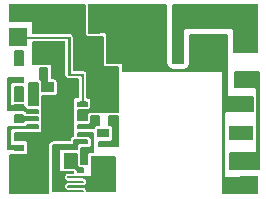
<source format=gbr>
G04 #@! TF.FileFunction,Copper,L1,Top,Signal*
%FSLAX46Y46*%
G04 Gerber Fmt 4.6, Leading zero omitted, Abs format (unit mm)*
G04 Created by KiCad (PCBNEW 4.0.7) date 02/24/18 17:15:32*
%MOMM*%
%LPD*%
G01*
G04 APERTURE LIST*
%ADD10C,0.100000*%
%ADD11R,1.400000X1.200000*%
%ADD12R,2.080000X1.170000*%
%ADD13R,1.100000X0.800000*%
%ADD14R,0.500000X0.900000*%
%ADD15R,0.890000X0.420000*%
%ADD16R,0.825000X0.712500*%
%ADD17R,0.900000X0.500000*%
%ADD18R,0.700000X1.300000*%
%ADD19R,0.750000X0.800000*%
%ADD20R,1.000000X1.250000*%
%ADD21O,1.362000X0.180000*%
%ADD22O,0.560000X0.180000*%
%ADD23R,1.000000X2.500000*%
%ADD24R,1.000000X5.000000*%
%ADD25R,3.000000X1.000000*%
%ADD26R,0.800000X0.750000*%
%ADD27R,1.500000X1.500000*%
%ADD28C,0.508000*%
%ADD29C,0.200000*%
%ADD30C,0.300000*%
G04 APERTURE END LIST*
D10*
D11*
X146000000Y-83850000D03*
X146000000Y-86950000D03*
D12*
X145830000Y-89000000D03*
X145830000Y-91500000D03*
X145830000Y-94000000D03*
X134170000Y-94000000D03*
X134170000Y-89000000D03*
D13*
X134170000Y-91500000D03*
D14*
X131050000Y-93600000D03*
X132550000Y-93600000D03*
D15*
X128195000Y-88975000D03*
X128195000Y-89625000D03*
X128195000Y-90275000D03*
X128195000Y-90925000D03*
X128195000Y-91575000D03*
X128195000Y-92225000D03*
X132405000Y-92225000D03*
X132405000Y-91575000D03*
X132405000Y-90925000D03*
X132405000Y-90275000D03*
X132405000Y-89625000D03*
X132405000Y-88975000D03*
D16*
X130712500Y-91668750D03*
X130712500Y-90956250D03*
X130712500Y-90243750D03*
X130712500Y-89531250D03*
X129887500Y-91668750D03*
X129887500Y-90956250D03*
X129887500Y-90243750D03*
X129887500Y-89531250D03*
D17*
X127000000Y-85500000D03*
X127000000Y-87000000D03*
D18*
X128250000Y-93800000D03*
X130150000Y-93800000D03*
D17*
X127000000Y-87800000D03*
X127000000Y-89300000D03*
D14*
X128250000Y-87600000D03*
X129750000Y-87600000D03*
D17*
X127000000Y-94200000D03*
X127000000Y-92700000D03*
D19*
X129100000Y-84850000D03*
X129100000Y-86350000D03*
D20*
X131400000Y-87450000D03*
X133400000Y-87450000D03*
D19*
X127000000Y-91750000D03*
X127000000Y-90250000D03*
D21*
X131800000Y-95600000D03*
X131800000Y-96000000D03*
X131800000Y-96400000D03*
X131800000Y-95200000D03*
D22*
X131399000Y-94800000D03*
X132201000Y-94800000D03*
D23*
X130400000Y-84950000D03*
X133400000Y-84950000D03*
D24*
X134900000Y-83100000D03*
X140500000Y-83100000D03*
D25*
X143000000Y-85650000D03*
X143000000Y-81050000D03*
D26*
X134950000Y-90350000D03*
X133450000Y-90350000D03*
D23*
X133400000Y-81800000D03*
X130400000Y-81800000D03*
D27*
X126900000Y-95900000D03*
X146500000Y-95900000D03*
X146500000Y-81300000D03*
X126900000Y-81300000D03*
X126900000Y-83300000D03*
D28*
X127000000Y-88550000D03*
X135900000Y-84300000D03*
X135900000Y-83700000D03*
X136500000Y-84300000D03*
X136500000Y-83700000D03*
X135900000Y-81900000D03*
X135900000Y-82500000D03*
X136500000Y-81900000D03*
X135900000Y-83100000D03*
X136500000Y-82500000D03*
X136500000Y-83100000D03*
X143600000Y-84650000D03*
X143000000Y-84650000D03*
X142400000Y-84050000D03*
X142400000Y-84650000D03*
X143600000Y-84050000D03*
X143000000Y-84050000D03*
X134025000Y-92400000D03*
X131400000Y-87750000D03*
X131400000Y-87150000D03*
X130400000Y-85550000D03*
X130400000Y-84350000D03*
X130400000Y-84950000D03*
X129887500Y-89531250D03*
X130712500Y-89531250D03*
X130712500Y-90243750D03*
X129887500Y-90243750D03*
X129887500Y-90956250D03*
X130712500Y-90956250D03*
X130712500Y-91668750D03*
X129887500Y-91668750D03*
X134625000Y-92400000D03*
X135225000Y-91800000D03*
X135224002Y-91200000D03*
X135225000Y-92400000D03*
X127000000Y-84700000D03*
D29*
X127000000Y-87800000D02*
X127000000Y-88550000D01*
X136500000Y-84300000D02*
X135900000Y-84300000D01*
X135900000Y-84300000D02*
X135900000Y-83700000D01*
X135900000Y-83700000D02*
X136500000Y-83700000D01*
X136500000Y-81900000D02*
X135900000Y-81900000D01*
X135900000Y-81900000D02*
X135900000Y-82500000D01*
X136500000Y-82500000D02*
X135900000Y-82500000D01*
X135900000Y-82500000D02*
X135900000Y-83100000D01*
X135900000Y-83700000D02*
X135900000Y-83100000D01*
X136500000Y-83100000D02*
X135900000Y-83100000D01*
X135900000Y-83100000D02*
X134900000Y-83100000D01*
X142400000Y-84650000D02*
X142400000Y-84050000D01*
X142400000Y-84650000D02*
X143000000Y-84650000D01*
X143600000Y-84650000D02*
X143000000Y-84650000D01*
X143600000Y-84650000D02*
X143600000Y-84050000D01*
X143000000Y-84050000D02*
X143000000Y-84650000D01*
D30*
X134625000Y-92400000D02*
X134025000Y-92400000D01*
D29*
X131400000Y-87450000D02*
X131400000Y-87750000D01*
X131400000Y-87450000D02*
X131400000Y-87150000D01*
X143000000Y-85400000D02*
X143000000Y-84650000D01*
X130400000Y-84950000D02*
X130400000Y-85550000D01*
X130400000Y-84950000D02*
X130400000Y-84350000D01*
D30*
X134625000Y-92400000D02*
X135225000Y-92400000D01*
X135225000Y-92400000D02*
X135225000Y-91800000D01*
X135224002Y-91799002D02*
X135225000Y-91800000D01*
X135224002Y-91200000D02*
X135224002Y-90624002D01*
X135224002Y-91200000D02*
X135224002Y-91799002D01*
X134950000Y-90350000D02*
X135224002Y-90624002D01*
D29*
X127075000Y-90275000D02*
X127000000Y-90200000D01*
X127475000Y-83375000D02*
X127200000Y-83100000D01*
X127200000Y-83100000D02*
X126700000Y-83100000D01*
D30*
X132170000Y-92225000D02*
X132405000Y-92225000D01*
X131050000Y-93600000D02*
X131050000Y-93800000D01*
D29*
X128250000Y-87600000D02*
X128250000Y-88920000D01*
X128250000Y-88920000D02*
X128195000Y-88975000D01*
X127300000Y-89250000D02*
X127000000Y-89250000D01*
X127000000Y-86950000D02*
X126350000Y-86950000D01*
X126350000Y-86950000D02*
X126200000Y-87100000D01*
X126350000Y-89250000D02*
X127000000Y-89250000D01*
X126200000Y-87100000D02*
X126200000Y-89100000D01*
X126200000Y-89100000D02*
X126350000Y-89250000D01*
D30*
X132550000Y-93400000D02*
X132550000Y-93600000D01*
D29*
X145830000Y-94000000D02*
X146285000Y-94000000D01*
D30*
X127000000Y-84700000D02*
X127000000Y-85450000D01*
X133450000Y-90450000D02*
X133450000Y-90350000D01*
D29*
G36*
X132598549Y-83050000D02*
X132602359Y-83097774D01*
X132627452Y-83178803D01*
X132674126Y-83249634D01*
X132738685Y-83304657D01*
X132816018Y-83339516D01*
X132900000Y-83351451D01*
X133900000Y-83351451D01*
X133918194Y-83350000D01*
X134098549Y-83350000D01*
X134098549Y-85600000D01*
X134102359Y-85647774D01*
X134127452Y-85728803D01*
X134174126Y-85799634D01*
X134238685Y-85854657D01*
X134316018Y-85889516D01*
X134400000Y-85901451D01*
X135400000Y-85901451D01*
X135400000Y-89675000D01*
X135360210Y-89675000D01*
X135350000Y-89673549D01*
X134550000Y-89673549D01*
X134531806Y-89675000D01*
X133860210Y-89675000D01*
X133850000Y-89673549D01*
X133050000Y-89673549D01*
X133002226Y-89677359D01*
X132921197Y-89702452D01*
X132850366Y-89749126D01*
X132795343Y-89813685D01*
X132760484Y-89891018D01*
X132748549Y-89975000D01*
X132748549Y-90400000D01*
X132000000Y-90400000D01*
X132000000Y-89500000D01*
X132750000Y-89500000D01*
X132779398Y-89498556D01*
X132798907Y-89496635D01*
X132850178Y-89486437D01*
X132897774Y-89482641D01*
X132978803Y-89457548D01*
X133049634Y-89410874D01*
X133104657Y-89346315D01*
X133139516Y-89268982D01*
X133151451Y-89185000D01*
X133151451Y-88765000D01*
X133147641Y-88717226D01*
X133122548Y-88636197D01*
X133075874Y-88565366D01*
X133011315Y-88510343D01*
X132933982Y-88475484D01*
X132850374Y-88463602D01*
X132800000Y-88453582D01*
X132800000Y-86500000D01*
X132798556Y-86470602D01*
X132796635Y-86451093D01*
X132785159Y-86393398D01*
X132779468Y-86374639D01*
X132756965Y-86320315D01*
X132747724Y-86303026D01*
X132715054Y-86254130D01*
X132702618Y-86238976D01*
X132661024Y-86197382D01*
X132645870Y-86184946D01*
X132596974Y-86152276D01*
X132579685Y-86143035D01*
X132525361Y-86120532D01*
X132506602Y-86114841D01*
X132448907Y-86103365D01*
X132429398Y-86101444D01*
X132400000Y-86100000D01*
X131650000Y-86100000D01*
X131650000Y-83375000D01*
X131648556Y-83345602D01*
X131646635Y-83326093D01*
X131635159Y-83268398D01*
X131629468Y-83249639D01*
X131606965Y-83195315D01*
X131597724Y-83178026D01*
X131565054Y-83129130D01*
X131552618Y-83113976D01*
X131511024Y-83072382D01*
X131495870Y-83059946D01*
X131446974Y-83027276D01*
X131429685Y-83018035D01*
X131375361Y-82995532D01*
X131356602Y-82989841D01*
X131298907Y-82978365D01*
X131279398Y-82976444D01*
X131250000Y-82975000D01*
X128200000Y-82975000D01*
X128200000Y-82110000D01*
X128199518Y-82100197D01*
X128198365Y-82088492D01*
X128194542Y-82069270D01*
X128191128Y-82058014D01*
X128183623Y-82039896D01*
X128178078Y-82029523D01*
X128167187Y-82013225D01*
X128159725Y-82004133D01*
X128145867Y-81990275D01*
X128136775Y-81982813D01*
X128120477Y-81971922D01*
X128110104Y-81966377D01*
X128091986Y-81958872D01*
X128080730Y-81955458D01*
X128061508Y-81951635D01*
X128049803Y-81950482D01*
X128040000Y-81950000D01*
X126250000Y-81950000D01*
X126250000Y-80650000D01*
X132598549Y-80650000D01*
X132598549Y-83050000D01*
X132598549Y-83050000D01*
G37*
X132598549Y-83050000D02*
X132602359Y-83097774D01*
X132627452Y-83178803D01*
X132674126Y-83249634D01*
X132738685Y-83304657D01*
X132816018Y-83339516D01*
X132900000Y-83351451D01*
X133900000Y-83351451D01*
X133918194Y-83350000D01*
X134098549Y-83350000D01*
X134098549Y-85600000D01*
X134102359Y-85647774D01*
X134127452Y-85728803D01*
X134174126Y-85799634D01*
X134238685Y-85854657D01*
X134316018Y-85889516D01*
X134400000Y-85901451D01*
X135400000Y-85901451D01*
X135400000Y-89675000D01*
X135360210Y-89675000D01*
X135350000Y-89673549D01*
X134550000Y-89673549D01*
X134531806Y-89675000D01*
X133860210Y-89675000D01*
X133850000Y-89673549D01*
X133050000Y-89673549D01*
X133002226Y-89677359D01*
X132921197Y-89702452D01*
X132850366Y-89749126D01*
X132795343Y-89813685D01*
X132760484Y-89891018D01*
X132748549Y-89975000D01*
X132748549Y-90400000D01*
X132000000Y-90400000D01*
X132000000Y-89500000D01*
X132750000Y-89500000D01*
X132779398Y-89498556D01*
X132798907Y-89496635D01*
X132850178Y-89486437D01*
X132897774Y-89482641D01*
X132978803Y-89457548D01*
X133049634Y-89410874D01*
X133104657Y-89346315D01*
X133139516Y-89268982D01*
X133151451Y-89185000D01*
X133151451Y-88765000D01*
X133147641Y-88717226D01*
X133122548Y-88636197D01*
X133075874Y-88565366D01*
X133011315Y-88510343D01*
X132933982Y-88475484D01*
X132850374Y-88463602D01*
X132800000Y-88453582D01*
X132800000Y-86500000D01*
X132798556Y-86470602D01*
X132796635Y-86451093D01*
X132785159Y-86393398D01*
X132779468Y-86374639D01*
X132756965Y-86320315D01*
X132747724Y-86303026D01*
X132715054Y-86254130D01*
X132702618Y-86238976D01*
X132661024Y-86197382D01*
X132645870Y-86184946D01*
X132596974Y-86152276D01*
X132579685Y-86143035D01*
X132525361Y-86120532D01*
X132506602Y-86114841D01*
X132448907Y-86103365D01*
X132429398Y-86101444D01*
X132400000Y-86100000D01*
X131650000Y-86100000D01*
X131650000Y-83375000D01*
X131648556Y-83345602D01*
X131646635Y-83326093D01*
X131635159Y-83268398D01*
X131629468Y-83249639D01*
X131606965Y-83195315D01*
X131597724Y-83178026D01*
X131565054Y-83129130D01*
X131552618Y-83113976D01*
X131511024Y-83072382D01*
X131495870Y-83059946D01*
X131446974Y-83027276D01*
X131429685Y-83018035D01*
X131375361Y-82995532D01*
X131356602Y-82989841D01*
X131298907Y-82978365D01*
X131279398Y-82976444D01*
X131250000Y-82975000D01*
X128200000Y-82975000D01*
X128200000Y-82110000D01*
X128199518Y-82100197D01*
X128198365Y-82088492D01*
X128194542Y-82069270D01*
X128191128Y-82058014D01*
X128183623Y-82039896D01*
X128178078Y-82029523D01*
X128167187Y-82013225D01*
X128159725Y-82004133D01*
X128145867Y-81990275D01*
X128136775Y-81982813D01*
X128120477Y-81971922D01*
X128110104Y-81966377D01*
X128091986Y-81958872D01*
X128080730Y-81955458D01*
X128061508Y-81951635D01*
X128049803Y-81950482D01*
X128040000Y-81950000D01*
X126250000Y-81950000D01*
X126250000Y-80650000D01*
X132598549Y-80650000D01*
X132598549Y-83050000D01*
G36*
X139500000Y-85540000D02*
X139502408Y-85589015D01*
X139503561Y-85600720D01*
X139522677Y-85696829D01*
X139526091Y-85708085D01*
X139563615Y-85798676D01*
X139569160Y-85809049D01*
X139623615Y-85890541D01*
X139631077Y-85899633D01*
X139700367Y-85968923D01*
X139709459Y-85976385D01*
X139790951Y-86030840D01*
X139801324Y-86036385D01*
X139891915Y-86073909D01*
X139903171Y-86077323D01*
X139999280Y-86096439D01*
X140010985Y-86097592D01*
X140060000Y-86100000D01*
X140940000Y-86100000D01*
X140989015Y-86097592D01*
X141000720Y-86096439D01*
X141096829Y-86077323D01*
X141108085Y-86073909D01*
X141198676Y-86036385D01*
X141209049Y-86030840D01*
X141290541Y-85976385D01*
X141299633Y-85968923D01*
X141368923Y-85899633D01*
X141376385Y-85890541D01*
X141430840Y-85809049D01*
X141436385Y-85798676D01*
X141473909Y-85708085D01*
X141477323Y-85696829D01*
X141496439Y-85600720D01*
X141497592Y-85589015D01*
X141500000Y-85540000D01*
X141500000Y-83200000D01*
X144600000Y-83200000D01*
X144600000Y-88240000D01*
X144600482Y-88249803D01*
X144601635Y-88261508D01*
X144605458Y-88280730D01*
X144608872Y-88291986D01*
X144616377Y-88310104D01*
X144621922Y-88320477D01*
X144632813Y-88336775D01*
X144640275Y-88345867D01*
X144654133Y-88359725D01*
X144663225Y-88367187D01*
X144679523Y-88378078D01*
X144689896Y-88383623D01*
X144708014Y-88391128D01*
X144719270Y-88394542D01*
X144738492Y-88398365D01*
X144750197Y-88399518D01*
X144760000Y-88400000D01*
X146800000Y-88400000D01*
X146800000Y-89600000D01*
X144560000Y-89600000D01*
X144550197Y-89600482D01*
X144538492Y-89601635D01*
X144519270Y-89605458D01*
X144508014Y-89608872D01*
X144489896Y-89616377D01*
X144479523Y-89621922D01*
X144463225Y-89632813D01*
X144454133Y-89640275D01*
X144440275Y-89654133D01*
X144432813Y-89663225D01*
X144421922Y-89679523D01*
X144416377Y-89689896D01*
X144408872Y-89708014D01*
X144405458Y-89719270D01*
X144401635Y-89738492D01*
X144400482Y-89750197D01*
X144400000Y-89760000D01*
X144400000Y-95090000D01*
X144400482Y-95099803D01*
X144401635Y-95111508D01*
X144405458Y-95130730D01*
X144408872Y-95141986D01*
X144416377Y-95160104D01*
X144421922Y-95170477D01*
X144432813Y-95186775D01*
X144440275Y-95195867D01*
X144454133Y-95209725D01*
X144463225Y-95217187D01*
X144479523Y-95228078D01*
X144489896Y-95233623D01*
X144508014Y-95241128D01*
X144519270Y-95244542D01*
X144538492Y-95248365D01*
X144550197Y-95249518D01*
X144560000Y-95250000D01*
X147150000Y-95250000D01*
X147150000Y-96550000D01*
X144300000Y-96550000D01*
X144300000Y-86360000D01*
X144299518Y-86350197D01*
X144298365Y-86338492D01*
X144294542Y-86319270D01*
X144291128Y-86308014D01*
X144283623Y-86289896D01*
X144278078Y-86279523D01*
X144267187Y-86263225D01*
X144259725Y-86254133D01*
X144245867Y-86240275D01*
X144236775Y-86232813D01*
X144220477Y-86221922D01*
X144210104Y-86216377D01*
X144191986Y-86208872D01*
X144180730Y-86205458D01*
X144161508Y-86201635D01*
X144149803Y-86200482D01*
X144140000Y-86200000D01*
X135800000Y-86200000D01*
X135800000Y-85660000D01*
X135799518Y-85650197D01*
X135798365Y-85638492D01*
X135794542Y-85619270D01*
X135791128Y-85608014D01*
X135783623Y-85589896D01*
X135778078Y-85579523D01*
X135767187Y-85563225D01*
X135759725Y-85554133D01*
X135745867Y-85540275D01*
X135736775Y-85532813D01*
X135720477Y-85521922D01*
X135710104Y-85516377D01*
X135691986Y-85508872D01*
X135680730Y-85505458D01*
X135661508Y-85501635D01*
X135649803Y-85500482D01*
X135640000Y-85500000D01*
X134500000Y-85500000D01*
X134500000Y-83110000D01*
X134499518Y-83100197D01*
X134498365Y-83088492D01*
X134494542Y-83069270D01*
X134491128Y-83058014D01*
X134483623Y-83039896D01*
X134478078Y-83029523D01*
X134467187Y-83013225D01*
X134459725Y-83004133D01*
X134445867Y-82990275D01*
X134436775Y-82982813D01*
X134420477Y-82971922D01*
X134410104Y-82966377D01*
X134391986Y-82958872D01*
X134380730Y-82955458D01*
X134361508Y-82951635D01*
X134349803Y-82950482D01*
X134340000Y-82950000D01*
X133000000Y-82950000D01*
X133000000Y-80650000D01*
X139500000Y-80650000D01*
X139500000Y-85540000D01*
X139500000Y-85540000D01*
G37*
X139500000Y-85540000D02*
X139502408Y-85589015D01*
X139503561Y-85600720D01*
X139522677Y-85696829D01*
X139526091Y-85708085D01*
X139563615Y-85798676D01*
X139569160Y-85809049D01*
X139623615Y-85890541D01*
X139631077Y-85899633D01*
X139700367Y-85968923D01*
X139709459Y-85976385D01*
X139790951Y-86030840D01*
X139801324Y-86036385D01*
X139891915Y-86073909D01*
X139903171Y-86077323D01*
X139999280Y-86096439D01*
X140010985Y-86097592D01*
X140060000Y-86100000D01*
X140940000Y-86100000D01*
X140989015Y-86097592D01*
X141000720Y-86096439D01*
X141096829Y-86077323D01*
X141108085Y-86073909D01*
X141198676Y-86036385D01*
X141209049Y-86030840D01*
X141290541Y-85976385D01*
X141299633Y-85968923D01*
X141368923Y-85899633D01*
X141376385Y-85890541D01*
X141430840Y-85809049D01*
X141436385Y-85798676D01*
X141473909Y-85708085D01*
X141477323Y-85696829D01*
X141496439Y-85600720D01*
X141497592Y-85589015D01*
X141500000Y-85540000D01*
X141500000Y-83200000D01*
X144600000Y-83200000D01*
X144600000Y-88240000D01*
X144600482Y-88249803D01*
X144601635Y-88261508D01*
X144605458Y-88280730D01*
X144608872Y-88291986D01*
X144616377Y-88310104D01*
X144621922Y-88320477D01*
X144632813Y-88336775D01*
X144640275Y-88345867D01*
X144654133Y-88359725D01*
X144663225Y-88367187D01*
X144679523Y-88378078D01*
X144689896Y-88383623D01*
X144708014Y-88391128D01*
X144719270Y-88394542D01*
X144738492Y-88398365D01*
X144750197Y-88399518D01*
X144760000Y-88400000D01*
X146800000Y-88400000D01*
X146800000Y-89600000D01*
X144560000Y-89600000D01*
X144550197Y-89600482D01*
X144538492Y-89601635D01*
X144519270Y-89605458D01*
X144508014Y-89608872D01*
X144489896Y-89616377D01*
X144479523Y-89621922D01*
X144463225Y-89632813D01*
X144454133Y-89640275D01*
X144440275Y-89654133D01*
X144432813Y-89663225D01*
X144421922Y-89679523D01*
X144416377Y-89689896D01*
X144408872Y-89708014D01*
X144405458Y-89719270D01*
X144401635Y-89738492D01*
X144400482Y-89750197D01*
X144400000Y-89760000D01*
X144400000Y-95090000D01*
X144400482Y-95099803D01*
X144401635Y-95111508D01*
X144405458Y-95130730D01*
X144408872Y-95141986D01*
X144416377Y-95160104D01*
X144421922Y-95170477D01*
X144432813Y-95186775D01*
X144440275Y-95195867D01*
X144454133Y-95209725D01*
X144463225Y-95217187D01*
X144479523Y-95228078D01*
X144489896Y-95233623D01*
X144508014Y-95241128D01*
X144519270Y-95244542D01*
X144538492Y-95248365D01*
X144550197Y-95249518D01*
X144560000Y-95250000D01*
X147150000Y-95250000D01*
X147150000Y-96550000D01*
X144300000Y-96550000D01*
X144300000Y-86360000D01*
X144299518Y-86350197D01*
X144298365Y-86338492D01*
X144294542Y-86319270D01*
X144291128Y-86308014D01*
X144283623Y-86289896D01*
X144278078Y-86279523D01*
X144267187Y-86263225D01*
X144259725Y-86254133D01*
X144245867Y-86240275D01*
X144236775Y-86232813D01*
X144220477Y-86221922D01*
X144210104Y-86216377D01*
X144191986Y-86208872D01*
X144180730Y-86205458D01*
X144161508Y-86201635D01*
X144149803Y-86200482D01*
X144140000Y-86200000D01*
X135800000Y-86200000D01*
X135800000Y-85660000D01*
X135799518Y-85650197D01*
X135798365Y-85638492D01*
X135794542Y-85619270D01*
X135791128Y-85608014D01*
X135783623Y-85589896D01*
X135778078Y-85579523D01*
X135767187Y-85563225D01*
X135759725Y-85554133D01*
X135745867Y-85540275D01*
X135736775Y-85532813D01*
X135720477Y-85521922D01*
X135710104Y-85516377D01*
X135691986Y-85508872D01*
X135680730Y-85505458D01*
X135661508Y-85501635D01*
X135649803Y-85500482D01*
X135640000Y-85500000D01*
X134500000Y-85500000D01*
X134500000Y-83110000D01*
X134499518Y-83100197D01*
X134498365Y-83088492D01*
X134494542Y-83069270D01*
X134491128Y-83058014D01*
X134483623Y-83039896D01*
X134478078Y-83029523D01*
X134467187Y-83013225D01*
X134459725Y-83004133D01*
X134445867Y-82990275D01*
X134436775Y-82982813D01*
X134420477Y-82971922D01*
X134410104Y-82966377D01*
X134391986Y-82958872D01*
X134380730Y-82955458D01*
X134361508Y-82951635D01*
X134349803Y-82950482D01*
X134340000Y-82950000D01*
X133000000Y-82950000D01*
X133000000Y-80650000D01*
X139500000Y-80650000D01*
X139500000Y-85540000D01*
G36*
X147150000Y-84600000D02*
X145200000Y-84600000D01*
X145200000Y-82760000D01*
X145199518Y-82750197D01*
X145198365Y-82738492D01*
X145194542Y-82719270D01*
X145191128Y-82708014D01*
X145183623Y-82689896D01*
X145178078Y-82679523D01*
X145167187Y-82663225D01*
X145159725Y-82654133D01*
X145145867Y-82640275D01*
X145136775Y-82632813D01*
X145120477Y-82621922D01*
X145110104Y-82616377D01*
X145091986Y-82608872D01*
X145080730Y-82605458D01*
X145061508Y-82601635D01*
X145049803Y-82600482D01*
X145040000Y-82600000D01*
X141060000Y-82600000D01*
X141050197Y-82600482D01*
X141038492Y-82601635D01*
X141019270Y-82605458D01*
X141008014Y-82608872D01*
X140989896Y-82616377D01*
X140979523Y-82621922D01*
X140963225Y-82632813D01*
X140954133Y-82640275D01*
X140940275Y-82654133D01*
X140932813Y-82663225D01*
X140921922Y-82679523D01*
X140916377Y-82689896D01*
X140908872Y-82708014D01*
X140905458Y-82719270D01*
X140901635Y-82738492D01*
X140900482Y-82750197D01*
X140900000Y-82760000D01*
X140900000Y-85500000D01*
X140100000Y-85500000D01*
X140100000Y-80650000D01*
X147150000Y-80650000D01*
X147150000Y-84600000D01*
X147150000Y-84600000D01*
G37*
X147150000Y-84600000D02*
X145200000Y-84600000D01*
X145200000Y-82760000D01*
X145199518Y-82750197D01*
X145198365Y-82738492D01*
X145194542Y-82719270D01*
X145191128Y-82708014D01*
X145183623Y-82689896D01*
X145178078Y-82679523D01*
X145167187Y-82663225D01*
X145159725Y-82654133D01*
X145145867Y-82640275D01*
X145136775Y-82632813D01*
X145120477Y-82621922D01*
X145110104Y-82616377D01*
X145091986Y-82608872D01*
X145080730Y-82605458D01*
X145061508Y-82601635D01*
X145049803Y-82600482D01*
X145040000Y-82600000D01*
X141060000Y-82600000D01*
X141050197Y-82600482D01*
X141038492Y-82601635D01*
X141019270Y-82605458D01*
X141008014Y-82608872D01*
X140989896Y-82616377D01*
X140979523Y-82621922D01*
X140963225Y-82632813D01*
X140954133Y-82640275D01*
X140940275Y-82654133D01*
X140932813Y-82663225D01*
X140921922Y-82679523D01*
X140916377Y-82689896D01*
X140908872Y-82708014D01*
X140905458Y-82719270D01*
X140901635Y-82738492D01*
X140900482Y-82750197D01*
X140900000Y-82760000D01*
X140900000Y-85500000D01*
X140100000Y-85500000D01*
X140100000Y-80650000D01*
X147150000Y-80650000D01*
X147150000Y-84600000D01*
G36*
X130850000Y-86500000D02*
X130851444Y-86529398D01*
X130853365Y-86548907D01*
X130864841Y-86606602D01*
X130870532Y-86625361D01*
X130893035Y-86679685D01*
X130902276Y-86696974D01*
X130934946Y-86745870D01*
X130947382Y-86761024D01*
X130988976Y-86802618D01*
X131004130Y-86815054D01*
X131053026Y-86847724D01*
X131070315Y-86856965D01*
X131124639Y-86879468D01*
X131143398Y-86885159D01*
X131201093Y-86896635D01*
X131220602Y-86898556D01*
X131250000Y-86900000D01*
X132000000Y-86900000D01*
X132000000Y-88450000D01*
X131760000Y-88450000D01*
X131750197Y-88450482D01*
X131738492Y-88451635D01*
X131719270Y-88455458D01*
X131708014Y-88458872D01*
X131689896Y-88466377D01*
X131679523Y-88471922D01*
X131663225Y-88482813D01*
X131654133Y-88490275D01*
X131640275Y-88504133D01*
X131632813Y-88513225D01*
X131621922Y-88529523D01*
X131616377Y-88539896D01*
X131608872Y-88558014D01*
X131605458Y-88569270D01*
X131601635Y-88588492D01*
X131600482Y-88600197D01*
X131600000Y-88610000D01*
X131600000Y-91706355D01*
X131561221Y-91714068D01*
X131549965Y-91717482D01*
X131495610Y-91739996D01*
X131485237Y-91745541D01*
X131436342Y-91778214D01*
X131427250Y-91785676D01*
X131385676Y-91827250D01*
X131378214Y-91836342D01*
X131345541Y-91885237D01*
X131339996Y-91895610D01*
X131317482Y-91949965D01*
X131314068Y-91961221D01*
X131302598Y-92018886D01*
X131301445Y-92030591D01*
X131300000Y-92060000D01*
X131300000Y-92100000D01*
X129860000Y-92100000D01*
X129830591Y-92101445D01*
X129818886Y-92102598D01*
X129761221Y-92114068D01*
X129749965Y-92117482D01*
X129695610Y-92139996D01*
X129685237Y-92145541D01*
X129636342Y-92178214D01*
X129627250Y-92185676D01*
X129585676Y-92227250D01*
X129578214Y-92236342D01*
X129545541Y-92285237D01*
X129539996Y-92295610D01*
X129517482Y-92349965D01*
X129514068Y-92361221D01*
X129502598Y-92418886D01*
X129501445Y-92430591D01*
X129500000Y-92460000D01*
X129500000Y-93139790D01*
X129498549Y-93150000D01*
X129498549Y-94450000D01*
X129500000Y-94468194D01*
X129500000Y-96440000D01*
X129501445Y-96469409D01*
X129502598Y-96481114D01*
X129514068Y-96538779D01*
X129517471Y-96550000D01*
X126250000Y-96550000D01*
X126250000Y-93350000D01*
X127590000Y-93350000D01*
X127599803Y-93349518D01*
X127611508Y-93348365D01*
X127630730Y-93344542D01*
X127641986Y-93341128D01*
X127660104Y-93333623D01*
X127670477Y-93328078D01*
X127686775Y-93317187D01*
X127695867Y-93309725D01*
X127709725Y-93295867D01*
X127717187Y-93286775D01*
X127728078Y-93270477D01*
X127733623Y-93260104D01*
X127741128Y-93241986D01*
X127744542Y-93230730D01*
X127748365Y-93211508D01*
X127749518Y-93199803D01*
X127750000Y-93190000D01*
X127750000Y-92960210D01*
X127751451Y-92950000D01*
X127751451Y-92450000D01*
X127750000Y-92431806D01*
X127750000Y-92210000D01*
X127749518Y-92200197D01*
X127748365Y-92188492D01*
X127744542Y-92169270D01*
X127741128Y-92158014D01*
X127733623Y-92139896D01*
X127728078Y-92129523D01*
X127717187Y-92113225D01*
X127709725Y-92104133D01*
X127695867Y-92090275D01*
X127686775Y-92082813D01*
X127670477Y-92071922D01*
X127660104Y-92066377D01*
X127641986Y-92058872D01*
X127630730Y-92055458D01*
X127611508Y-92051635D01*
X127599803Y-92050482D01*
X127590000Y-92050000D01*
X126650000Y-92050000D01*
X126650000Y-91450000D01*
X128840000Y-91450000D01*
X128849803Y-91449518D01*
X128861508Y-91448365D01*
X128880730Y-91444542D01*
X128891986Y-91441128D01*
X128910104Y-91433623D01*
X128920477Y-91428078D01*
X128936775Y-91417187D01*
X128945867Y-91409725D01*
X128959725Y-91395867D01*
X128967187Y-91386775D01*
X128978078Y-91370477D01*
X128983623Y-91360104D01*
X128991128Y-91341986D01*
X128994542Y-91330730D01*
X128998365Y-91311508D01*
X128999518Y-91299803D01*
X129000000Y-91290000D01*
X129000000Y-88350000D01*
X129489790Y-88350000D01*
X129500000Y-88351451D01*
X130000000Y-88351451D01*
X130047774Y-88347641D01*
X130128803Y-88322548D01*
X130199634Y-88275874D01*
X130254657Y-88211315D01*
X130289516Y-88133982D01*
X130301451Y-88050000D01*
X130301451Y-87150000D01*
X130297641Y-87102226D01*
X130272548Y-87021197D01*
X130225874Y-86950366D01*
X130161315Y-86895343D01*
X130083982Y-86860484D01*
X130000000Y-86848549D01*
X129800000Y-86848549D01*
X129800000Y-85760000D01*
X129799518Y-85750197D01*
X129798365Y-85738492D01*
X129794542Y-85719270D01*
X129791128Y-85708014D01*
X129783623Y-85689896D01*
X129778078Y-85679523D01*
X129767187Y-85663225D01*
X129759725Y-85654133D01*
X129745867Y-85640275D01*
X129736775Y-85632813D01*
X129720477Y-85621922D01*
X129710104Y-85616377D01*
X129691986Y-85608872D01*
X129680730Y-85605458D01*
X129661508Y-85601635D01*
X129649803Y-85600482D01*
X129640000Y-85600000D01*
X128200000Y-85600000D01*
X128200000Y-83775000D01*
X130850000Y-83775000D01*
X130850000Y-86500000D01*
X130850000Y-86500000D01*
G37*
X130850000Y-86500000D02*
X130851444Y-86529398D01*
X130853365Y-86548907D01*
X130864841Y-86606602D01*
X130870532Y-86625361D01*
X130893035Y-86679685D01*
X130902276Y-86696974D01*
X130934946Y-86745870D01*
X130947382Y-86761024D01*
X130988976Y-86802618D01*
X131004130Y-86815054D01*
X131053026Y-86847724D01*
X131070315Y-86856965D01*
X131124639Y-86879468D01*
X131143398Y-86885159D01*
X131201093Y-86896635D01*
X131220602Y-86898556D01*
X131250000Y-86900000D01*
X132000000Y-86900000D01*
X132000000Y-88450000D01*
X131760000Y-88450000D01*
X131750197Y-88450482D01*
X131738492Y-88451635D01*
X131719270Y-88455458D01*
X131708014Y-88458872D01*
X131689896Y-88466377D01*
X131679523Y-88471922D01*
X131663225Y-88482813D01*
X131654133Y-88490275D01*
X131640275Y-88504133D01*
X131632813Y-88513225D01*
X131621922Y-88529523D01*
X131616377Y-88539896D01*
X131608872Y-88558014D01*
X131605458Y-88569270D01*
X131601635Y-88588492D01*
X131600482Y-88600197D01*
X131600000Y-88610000D01*
X131600000Y-91706355D01*
X131561221Y-91714068D01*
X131549965Y-91717482D01*
X131495610Y-91739996D01*
X131485237Y-91745541D01*
X131436342Y-91778214D01*
X131427250Y-91785676D01*
X131385676Y-91827250D01*
X131378214Y-91836342D01*
X131345541Y-91885237D01*
X131339996Y-91895610D01*
X131317482Y-91949965D01*
X131314068Y-91961221D01*
X131302598Y-92018886D01*
X131301445Y-92030591D01*
X131300000Y-92060000D01*
X131300000Y-92100000D01*
X129860000Y-92100000D01*
X129830591Y-92101445D01*
X129818886Y-92102598D01*
X129761221Y-92114068D01*
X129749965Y-92117482D01*
X129695610Y-92139996D01*
X129685237Y-92145541D01*
X129636342Y-92178214D01*
X129627250Y-92185676D01*
X129585676Y-92227250D01*
X129578214Y-92236342D01*
X129545541Y-92285237D01*
X129539996Y-92295610D01*
X129517482Y-92349965D01*
X129514068Y-92361221D01*
X129502598Y-92418886D01*
X129501445Y-92430591D01*
X129500000Y-92460000D01*
X129500000Y-93139790D01*
X129498549Y-93150000D01*
X129498549Y-94450000D01*
X129500000Y-94468194D01*
X129500000Y-96440000D01*
X129501445Y-96469409D01*
X129502598Y-96481114D01*
X129514068Y-96538779D01*
X129517471Y-96550000D01*
X126250000Y-96550000D01*
X126250000Y-93350000D01*
X127590000Y-93350000D01*
X127599803Y-93349518D01*
X127611508Y-93348365D01*
X127630730Y-93344542D01*
X127641986Y-93341128D01*
X127660104Y-93333623D01*
X127670477Y-93328078D01*
X127686775Y-93317187D01*
X127695867Y-93309725D01*
X127709725Y-93295867D01*
X127717187Y-93286775D01*
X127728078Y-93270477D01*
X127733623Y-93260104D01*
X127741128Y-93241986D01*
X127744542Y-93230730D01*
X127748365Y-93211508D01*
X127749518Y-93199803D01*
X127750000Y-93190000D01*
X127750000Y-92960210D01*
X127751451Y-92950000D01*
X127751451Y-92450000D01*
X127750000Y-92431806D01*
X127750000Y-92210000D01*
X127749518Y-92200197D01*
X127748365Y-92188492D01*
X127744542Y-92169270D01*
X127741128Y-92158014D01*
X127733623Y-92139896D01*
X127728078Y-92129523D01*
X127717187Y-92113225D01*
X127709725Y-92104133D01*
X127695867Y-92090275D01*
X127686775Y-92082813D01*
X127670477Y-92071922D01*
X127660104Y-92066377D01*
X127641986Y-92058872D01*
X127630730Y-92055458D01*
X127611508Y-92051635D01*
X127599803Y-92050482D01*
X127590000Y-92050000D01*
X126650000Y-92050000D01*
X126650000Y-91450000D01*
X128840000Y-91450000D01*
X128849803Y-91449518D01*
X128861508Y-91448365D01*
X128880730Y-91444542D01*
X128891986Y-91441128D01*
X128910104Y-91433623D01*
X128920477Y-91428078D01*
X128936775Y-91417187D01*
X128945867Y-91409725D01*
X128959725Y-91395867D01*
X128967187Y-91386775D01*
X128978078Y-91370477D01*
X128983623Y-91360104D01*
X128991128Y-91341986D01*
X128994542Y-91330730D01*
X128998365Y-91311508D01*
X128999518Y-91299803D01*
X129000000Y-91290000D01*
X129000000Y-88350000D01*
X129489790Y-88350000D01*
X129500000Y-88351451D01*
X130000000Y-88351451D01*
X130047774Y-88347641D01*
X130128803Y-88322548D01*
X130199634Y-88275874D01*
X130254657Y-88211315D01*
X130289516Y-88133982D01*
X130301451Y-88050000D01*
X130301451Y-87150000D01*
X130297641Y-87102226D01*
X130272548Y-87021197D01*
X130225874Y-86950366D01*
X130161315Y-86895343D01*
X130083982Y-86860484D01*
X130000000Y-86848549D01*
X129800000Y-86848549D01*
X129800000Y-85760000D01*
X129799518Y-85750197D01*
X129798365Y-85738492D01*
X129794542Y-85719270D01*
X129791128Y-85708014D01*
X129783623Y-85689896D01*
X129778078Y-85679523D01*
X129767187Y-85663225D01*
X129759725Y-85654133D01*
X129745867Y-85640275D01*
X129736775Y-85632813D01*
X129720477Y-85621922D01*
X129710104Y-85616377D01*
X129691986Y-85608872D01*
X129680730Y-85605458D01*
X129661508Y-85601635D01*
X129649803Y-85600482D01*
X129640000Y-85600000D01*
X128200000Y-85600000D01*
X128200000Y-83775000D01*
X130850000Y-83775000D01*
X130850000Y-86500000D01*
G36*
X132800000Y-92350000D02*
X132060000Y-92350000D01*
X132050197Y-92350482D01*
X132038492Y-92351635D01*
X132019270Y-92355458D01*
X132008014Y-92358872D01*
X131989896Y-92366377D01*
X131979523Y-92371922D01*
X131963225Y-92382813D01*
X131954133Y-92390275D01*
X131940275Y-92404133D01*
X131932813Y-92413225D01*
X131921922Y-92429523D01*
X131916377Y-92439896D01*
X131908872Y-92458014D01*
X131905458Y-92469270D01*
X131901635Y-92488492D01*
X131900482Y-92500197D01*
X131900000Y-92510000D01*
X131900000Y-92800000D01*
X130560000Y-92800000D01*
X130550197Y-92800482D01*
X130538492Y-92801635D01*
X130519270Y-92805458D01*
X130508014Y-92808872D01*
X130489896Y-92816377D01*
X130479523Y-92821922D01*
X130463225Y-92832813D01*
X130454133Y-92840275D01*
X130440275Y-92854133D01*
X130432813Y-92863225D01*
X130421922Y-92879523D01*
X130416377Y-92889896D01*
X130408872Y-92908014D01*
X130405458Y-92919270D01*
X130401635Y-92938492D01*
X130400482Y-92950197D01*
X130400000Y-92960000D01*
X130400000Y-94640000D01*
X130400482Y-94649803D01*
X130401635Y-94661508D01*
X130405458Y-94680730D01*
X130408872Y-94691986D01*
X130416377Y-94710104D01*
X130421922Y-94720477D01*
X130432813Y-94736775D01*
X130440275Y-94745867D01*
X130454133Y-94759725D01*
X130463225Y-94767187D01*
X130479523Y-94778078D01*
X130489896Y-94783623D01*
X130508014Y-94791128D01*
X130519270Y-94794542D01*
X130538492Y-94798365D01*
X130550197Y-94799518D01*
X130560000Y-94800000D01*
X131600000Y-94800000D01*
X131600000Y-94810000D01*
X131204253Y-94810000D01*
X131128502Y-94817427D01*
X131055636Y-94839427D01*
X130988430Y-94875161D01*
X130929446Y-94923267D01*
X130880928Y-94981915D01*
X130844726Y-95048869D01*
X130822219Y-95121580D01*
X130814263Y-95197277D01*
X130821161Y-95273079D01*
X130842651Y-95346097D01*
X130877915Y-95413550D01*
X130925609Y-95472869D01*
X130983916Y-95521794D01*
X131050616Y-95558463D01*
X131123167Y-95581478D01*
X131198808Y-95589962D01*
X131204253Y-95590000D01*
X131705291Y-95590000D01*
X131708014Y-95591128D01*
X131719270Y-95594542D01*
X131738492Y-95598365D01*
X131750197Y-95599518D01*
X131760000Y-95600000D01*
X132400000Y-95600000D01*
X132400000Y-95610030D01*
X132395747Y-95610000D01*
X131204253Y-95610000D01*
X131128502Y-95617427D01*
X131055636Y-95639427D01*
X130988430Y-95675161D01*
X130929446Y-95723267D01*
X130880928Y-95781915D01*
X130844726Y-95848869D01*
X130822219Y-95921580D01*
X130814263Y-95997277D01*
X130821161Y-96073079D01*
X130842651Y-96146097D01*
X130877915Y-96213550D01*
X130925609Y-96272869D01*
X130983916Y-96321794D01*
X131050616Y-96358463D01*
X131123167Y-96381478D01*
X131198808Y-96389962D01*
X131204253Y-96390000D01*
X132395747Y-96390000D01*
X132400000Y-96389583D01*
X132400000Y-96400000D01*
X129900000Y-96400000D01*
X129900000Y-92500000D01*
X131540000Y-92500000D01*
X131549803Y-92499518D01*
X131561508Y-92498365D01*
X131580730Y-92494542D01*
X131591986Y-92491128D01*
X131610104Y-92483623D01*
X131620477Y-92478078D01*
X131636775Y-92467187D01*
X131645867Y-92459725D01*
X131659725Y-92445867D01*
X131667187Y-92436775D01*
X131678078Y-92420477D01*
X131683623Y-92410104D01*
X131691128Y-92391986D01*
X131694542Y-92380730D01*
X131698365Y-92361508D01*
X131699518Y-92349803D01*
X131700000Y-92340000D01*
X131700000Y-92100000D01*
X132800000Y-92100000D01*
X132800000Y-92350000D01*
X132800000Y-92350000D01*
G37*
X132800000Y-92350000D02*
X132060000Y-92350000D01*
X132050197Y-92350482D01*
X132038492Y-92351635D01*
X132019270Y-92355458D01*
X132008014Y-92358872D01*
X131989896Y-92366377D01*
X131979523Y-92371922D01*
X131963225Y-92382813D01*
X131954133Y-92390275D01*
X131940275Y-92404133D01*
X131932813Y-92413225D01*
X131921922Y-92429523D01*
X131916377Y-92439896D01*
X131908872Y-92458014D01*
X131905458Y-92469270D01*
X131901635Y-92488492D01*
X131900482Y-92500197D01*
X131900000Y-92510000D01*
X131900000Y-92800000D01*
X130560000Y-92800000D01*
X130550197Y-92800482D01*
X130538492Y-92801635D01*
X130519270Y-92805458D01*
X130508014Y-92808872D01*
X130489896Y-92816377D01*
X130479523Y-92821922D01*
X130463225Y-92832813D01*
X130454133Y-92840275D01*
X130440275Y-92854133D01*
X130432813Y-92863225D01*
X130421922Y-92879523D01*
X130416377Y-92889896D01*
X130408872Y-92908014D01*
X130405458Y-92919270D01*
X130401635Y-92938492D01*
X130400482Y-92950197D01*
X130400000Y-92960000D01*
X130400000Y-94640000D01*
X130400482Y-94649803D01*
X130401635Y-94661508D01*
X130405458Y-94680730D01*
X130408872Y-94691986D01*
X130416377Y-94710104D01*
X130421922Y-94720477D01*
X130432813Y-94736775D01*
X130440275Y-94745867D01*
X130454133Y-94759725D01*
X130463225Y-94767187D01*
X130479523Y-94778078D01*
X130489896Y-94783623D01*
X130508014Y-94791128D01*
X130519270Y-94794542D01*
X130538492Y-94798365D01*
X130550197Y-94799518D01*
X130560000Y-94800000D01*
X131600000Y-94800000D01*
X131600000Y-94810000D01*
X131204253Y-94810000D01*
X131128502Y-94817427D01*
X131055636Y-94839427D01*
X130988430Y-94875161D01*
X130929446Y-94923267D01*
X130880928Y-94981915D01*
X130844726Y-95048869D01*
X130822219Y-95121580D01*
X130814263Y-95197277D01*
X130821161Y-95273079D01*
X130842651Y-95346097D01*
X130877915Y-95413550D01*
X130925609Y-95472869D01*
X130983916Y-95521794D01*
X131050616Y-95558463D01*
X131123167Y-95581478D01*
X131198808Y-95589962D01*
X131204253Y-95590000D01*
X131705291Y-95590000D01*
X131708014Y-95591128D01*
X131719270Y-95594542D01*
X131738492Y-95598365D01*
X131750197Y-95599518D01*
X131760000Y-95600000D01*
X132400000Y-95600000D01*
X132400000Y-95610030D01*
X132395747Y-95610000D01*
X131204253Y-95610000D01*
X131128502Y-95617427D01*
X131055636Y-95639427D01*
X130988430Y-95675161D01*
X130929446Y-95723267D01*
X130880928Y-95781915D01*
X130844726Y-95848869D01*
X130822219Y-95921580D01*
X130814263Y-95997277D01*
X130821161Y-96073079D01*
X130842651Y-96146097D01*
X130877915Y-96213550D01*
X130925609Y-96272869D01*
X130983916Y-96321794D01*
X131050616Y-96358463D01*
X131123167Y-96381478D01*
X131198808Y-96389962D01*
X131204253Y-96390000D01*
X132395747Y-96390000D01*
X132400000Y-96389583D01*
X132400000Y-96400000D01*
X129900000Y-96400000D01*
X129900000Y-92500000D01*
X131540000Y-92500000D01*
X131549803Y-92499518D01*
X131561508Y-92498365D01*
X131580730Y-92494542D01*
X131591986Y-92491128D01*
X131610104Y-92483623D01*
X131620477Y-92478078D01*
X131636775Y-92467187D01*
X131645867Y-92459725D01*
X131659725Y-92445867D01*
X131667187Y-92436775D01*
X131678078Y-92420477D01*
X131683623Y-92410104D01*
X131691128Y-92391986D01*
X131694542Y-92380730D01*
X131698365Y-92361508D01*
X131699518Y-92349803D01*
X131700000Y-92340000D01*
X131700000Y-92100000D01*
X132800000Y-92100000D01*
X132800000Y-92350000D01*
G36*
X131900000Y-94090000D02*
X131901445Y-94119409D01*
X131902598Y-94131114D01*
X131914068Y-94188779D01*
X131917482Y-94200035D01*
X131939996Y-94254390D01*
X131945541Y-94264763D01*
X131978214Y-94313658D01*
X131985676Y-94322750D01*
X132027250Y-94364324D01*
X132036342Y-94371786D01*
X132085237Y-94404459D01*
X132095610Y-94410004D01*
X132149965Y-94432518D01*
X132161221Y-94435932D01*
X132218886Y-94447402D01*
X132230591Y-94448555D01*
X132260000Y-94450000D01*
X132400000Y-94450000D01*
X132400000Y-94800000D01*
X132000000Y-94800000D01*
X132000000Y-94760000D01*
X131998555Y-94730591D01*
X131997402Y-94718886D01*
X131985932Y-94661221D01*
X131982518Y-94649965D01*
X131960004Y-94595610D01*
X131954459Y-94585237D01*
X131921786Y-94536342D01*
X131914324Y-94527250D01*
X131872750Y-94485676D01*
X131863658Y-94478214D01*
X131814763Y-94445541D01*
X131804390Y-94439996D01*
X131750035Y-94417482D01*
X131738779Y-94414068D01*
X131681114Y-94402598D01*
X131669409Y-94401445D01*
X131640000Y-94400000D01*
X130900000Y-94400000D01*
X130900000Y-93250000D01*
X131900000Y-93250000D01*
X131900000Y-94090000D01*
X131900000Y-94090000D01*
G37*
X131900000Y-94090000D02*
X131901445Y-94119409D01*
X131902598Y-94131114D01*
X131914068Y-94188779D01*
X131917482Y-94200035D01*
X131939996Y-94254390D01*
X131945541Y-94264763D01*
X131978214Y-94313658D01*
X131985676Y-94322750D01*
X132027250Y-94364324D01*
X132036342Y-94371786D01*
X132085237Y-94404459D01*
X132095610Y-94410004D01*
X132149965Y-94432518D01*
X132161221Y-94435932D01*
X132218886Y-94447402D01*
X132230591Y-94448555D01*
X132260000Y-94450000D01*
X132400000Y-94450000D01*
X132400000Y-94800000D01*
X132000000Y-94800000D01*
X132000000Y-94760000D01*
X131998555Y-94730591D01*
X131997402Y-94718886D01*
X131985932Y-94661221D01*
X131982518Y-94649965D01*
X131960004Y-94595610D01*
X131954459Y-94585237D01*
X131921786Y-94536342D01*
X131914324Y-94527250D01*
X131872750Y-94485676D01*
X131863658Y-94478214D01*
X131814763Y-94445541D01*
X131804390Y-94439996D01*
X131750035Y-94417482D01*
X131738779Y-94414068D01*
X131681114Y-94402598D01*
X131669409Y-94401445D01*
X131640000Y-94400000D01*
X130900000Y-94400000D01*
X130900000Y-93250000D01*
X131900000Y-93250000D01*
X131900000Y-94090000D01*
G36*
X133300000Y-93050000D02*
X132960000Y-93050000D01*
X132950197Y-93050482D01*
X132938492Y-93051635D01*
X132919270Y-93055458D01*
X132908014Y-93058872D01*
X132889896Y-93066377D01*
X132879523Y-93071922D01*
X132863225Y-93082813D01*
X132854133Y-93090275D01*
X132840275Y-93104133D01*
X132832813Y-93113225D01*
X132821922Y-93129523D01*
X132816377Y-93139896D01*
X132808872Y-93158014D01*
X132805458Y-93169270D01*
X132801635Y-93188492D01*
X132800482Y-93200197D01*
X132800000Y-93210000D01*
X132800000Y-94050000D01*
X132300000Y-94050000D01*
X132300000Y-92750000D01*
X132840000Y-92750000D01*
X132869409Y-92748555D01*
X132881114Y-92747402D01*
X132938779Y-92735932D01*
X132950035Y-92732518D01*
X133004390Y-92710004D01*
X133014763Y-92704459D01*
X133063658Y-92671786D01*
X133072750Y-92664324D01*
X133114324Y-92622750D01*
X133121786Y-92613658D01*
X133154459Y-92564763D01*
X133160004Y-92554390D01*
X133182518Y-92500035D01*
X133185932Y-92488779D01*
X133197402Y-92431114D01*
X133198555Y-92419409D01*
X133200000Y-92390000D01*
X133200000Y-92060000D01*
X133198555Y-92030591D01*
X133197402Y-92018886D01*
X133185932Y-91961221D01*
X133182518Y-91949965D01*
X133160004Y-91895610D01*
X133154459Y-91885237D01*
X133121786Y-91836342D01*
X133114324Y-91827250D01*
X133072750Y-91785676D01*
X133063658Y-91778214D01*
X133014763Y-91745541D01*
X133004390Y-91739996D01*
X132950035Y-91717482D01*
X132938779Y-91714068D01*
X132881114Y-91702598D01*
X132869409Y-91701445D01*
X132840000Y-91700000D01*
X132000000Y-91700000D01*
X132000000Y-91450000D01*
X133300000Y-91450000D01*
X133300000Y-93050000D01*
X133300000Y-93050000D01*
G37*
X133300000Y-93050000D02*
X132960000Y-93050000D01*
X132950197Y-93050482D01*
X132938492Y-93051635D01*
X132919270Y-93055458D01*
X132908014Y-93058872D01*
X132889896Y-93066377D01*
X132879523Y-93071922D01*
X132863225Y-93082813D01*
X132854133Y-93090275D01*
X132840275Y-93104133D01*
X132832813Y-93113225D01*
X132821922Y-93129523D01*
X132816377Y-93139896D01*
X132808872Y-93158014D01*
X132805458Y-93169270D01*
X132801635Y-93188492D01*
X132800482Y-93200197D01*
X132800000Y-93210000D01*
X132800000Y-94050000D01*
X132300000Y-94050000D01*
X132300000Y-92750000D01*
X132840000Y-92750000D01*
X132869409Y-92748555D01*
X132881114Y-92747402D01*
X132938779Y-92735932D01*
X132950035Y-92732518D01*
X133004390Y-92710004D01*
X133014763Y-92704459D01*
X133063658Y-92671786D01*
X133072750Y-92664324D01*
X133114324Y-92622750D01*
X133121786Y-92613658D01*
X133154459Y-92564763D01*
X133160004Y-92554390D01*
X133182518Y-92500035D01*
X133185932Y-92488779D01*
X133197402Y-92431114D01*
X133198555Y-92419409D01*
X133200000Y-92390000D01*
X133200000Y-92060000D01*
X133198555Y-92030591D01*
X133197402Y-92018886D01*
X133185932Y-91961221D01*
X133182518Y-91949965D01*
X133160004Y-91895610D01*
X133154459Y-91885237D01*
X133121786Y-91836342D01*
X133114324Y-91827250D01*
X133072750Y-91785676D01*
X133063658Y-91778214D01*
X133014763Y-91745541D01*
X133004390Y-91739996D01*
X132950035Y-91717482D01*
X132938779Y-91714068D01*
X132881114Y-91702598D01*
X132869409Y-91701445D01*
X132840000Y-91700000D01*
X132000000Y-91700000D01*
X132000000Y-91450000D01*
X133300000Y-91450000D01*
X133300000Y-93050000D01*
G36*
X133800000Y-90798549D02*
X133620000Y-90798549D01*
X133572226Y-90802359D01*
X133491197Y-90827452D01*
X133420366Y-90874126D01*
X133365343Y-90938685D01*
X133330484Y-91016018D01*
X133325655Y-91050000D01*
X132000000Y-91050000D01*
X132000000Y-90786451D01*
X132850000Y-90786451D01*
X132897774Y-90782641D01*
X132978803Y-90757548D01*
X133049634Y-90710874D01*
X133104657Y-90646315D01*
X133139516Y-90568982D01*
X133151451Y-90485000D01*
X133151451Y-90065000D01*
X133150255Y-90050000D01*
X133800000Y-90050000D01*
X133800000Y-90798549D01*
X133800000Y-90798549D01*
G37*
X133800000Y-90798549D02*
X133620000Y-90798549D01*
X133572226Y-90802359D01*
X133491197Y-90827452D01*
X133420366Y-90874126D01*
X133365343Y-90938685D01*
X133330484Y-91016018D01*
X133325655Y-91050000D01*
X132000000Y-91050000D01*
X132000000Y-90786451D01*
X132850000Y-90786451D01*
X132897774Y-90782641D01*
X132978803Y-90757548D01*
X133049634Y-90710874D01*
X133104657Y-90646315D01*
X133139516Y-90568982D01*
X133151451Y-90485000D01*
X133151451Y-90065000D01*
X133150255Y-90050000D01*
X133800000Y-90050000D01*
X133800000Y-90798549D01*
G36*
X135425000Y-92600000D02*
X133800000Y-92600000D01*
X133800000Y-92201451D01*
X134720000Y-92201451D01*
X134767774Y-92197641D01*
X134848803Y-92172548D01*
X134919634Y-92125874D01*
X134974657Y-92061315D01*
X135009516Y-91983982D01*
X135021451Y-91900000D01*
X135021451Y-91100000D01*
X135017641Y-91052226D01*
X134992548Y-90971197D01*
X134945874Y-90900366D01*
X134881315Y-90845343D01*
X134803982Y-90810484D01*
X134720000Y-90798549D01*
X134600000Y-90798549D01*
X134600000Y-90050000D01*
X135425000Y-90050000D01*
X135425000Y-92600000D01*
X135425000Y-92600000D01*
G37*
X135425000Y-92600000D02*
X133800000Y-92600000D01*
X133800000Y-92201451D01*
X134720000Y-92201451D01*
X134767774Y-92197641D01*
X134848803Y-92172548D01*
X134919634Y-92125874D01*
X134974657Y-92061315D01*
X135009516Y-91983982D01*
X135021451Y-91900000D01*
X135021451Y-91100000D01*
X135017641Y-91052226D01*
X134992548Y-90971197D01*
X134945874Y-90900366D01*
X134881315Y-90845343D01*
X134803982Y-90810484D01*
X134720000Y-90798549D01*
X134600000Y-90798549D01*
X134600000Y-90050000D01*
X135425000Y-90050000D01*
X135425000Y-92600000D01*
G36*
X147350000Y-94500000D02*
X144900000Y-94500000D01*
X144900000Y-93200000D01*
X147040000Y-93200000D01*
X147049803Y-93199518D01*
X147061508Y-93198365D01*
X147080730Y-93194542D01*
X147091986Y-93191128D01*
X147110104Y-93183623D01*
X147120477Y-93178078D01*
X147136775Y-93167187D01*
X147145867Y-93159725D01*
X147159725Y-93145867D01*
X147167187Y-93136775D01*
X147178078Y-93120477D01*
X147183623Y-93110104D01*
X147191128Y-93091986D01*
X147194542Y-93080730D01*
X147198365Y-93061508D01*
X147199518Y-93049803D01*
X147200000Y-93040000D01*
X147200000Y-87760000D01*
X147199518Y-87750197D01*
X147198365Y-87738492D01*
X147194542Y-87719270D01*
X147191128Y-87708014D01*
X147183623Y-87689896D01*
X147178078Y-87679523D01*
X147167187Y-87663225D01*
X147159725Y-87654133D01*
X147145867Y-87640275D01*
X147136775Y-87632813D01*
X147120477Y-87621922D01*
X147110104Y-87616377D01*
X147091986Y-87608872D01*
X147080730Y-87605458D01*
X147061508Y-87601635D01*
X147049803Y-87600482D01*
X147040000Y-87600000D01*
X145300000Y-87600000D01*
X145300000Y-86300000D01*
X147350000Y-86300000D01*
X147350000Y-94500000D01*
X147350000Y-94500000D01*
G37*
X147350000Y-94500000D02*
X144900000Y-94500000D01*
X144900000Y-93200000D01*
X147040000Y-93200000D01*
X147049803Y-93199518D01*
X147061508Y-93198365D01*
X147080730Y-93194542D01*
X147091986Y-93191128D01*
X147110104Y-93183623D01*
X147120477Y-93178078D01*
X147136775Y-93167187D01*
X147145867Y-93159725D01*
X147159725Y-93145867D01*
X147167187Y-93136775D01*
X147178078Y-93120477D01*
X147183623Y-93110104D01*
X147191128Y-93091986D01*
X147194542Y-93080730D01*
X147198365Y-93061508D01*
X147199518Y-93049803D01*
X147200000Y-93040000D01*
X147200000Y-87760000D01*
X147199518Y-87750197D01*
X147198365Y-87738492D01*
X147194542Y-87719270D01*
X147191128Y-87708014D01*
X147183623Y-87689896D01*
X147178078Y-87679523D01*
X147167187Y-87663225D01*
X147159725Y-87654133D01*
X147145867Y-87640275D01*
X147136775Y-87632813D01*
X147120477Y-87621922D01*
X147110104Y-87616377D01*
X147091986Y-87608872D01*
X147080730Y-87605458D01*
X147061508Y-87601635D01*
X147049803Y-87600482D01*
X147040000Y-87600000D01*
X145300000Y-87600000D01*
X145300000Y-86300000D01*
X147350000Y-86300000D01*
X147350000Y-94500000D01*
G36*
X127350000Y-87150000D02*
X126410000Y-87150000D01*
X126400197Y-87150482D01*
X126388492Y-87151635D01*
X126369270Y-87155458D01*
X126358014Y-87158872D01*
X126339896Y-87166377D01*
X126329523Y-87171922D01*
X126313225Y-87182813D01*
X126304133Y-87190275D01*
X126290275Y-87204133D01*
X126282813Y-87213225D01*
X126271922Y-87229523D01*
X126266377Y-87239896D01*
X126258872Y-87258014D01*
X126255458Y-87269270D01*
X126251635Y-87288492D01*
X126250482Y-87300197D01*
X126250000Y-87310000D01*
X126250000Y-87539790D01*
X126248549Y-87550000D01*
X126248549Y-88050000D01*
X126250000Y-88068194D01*
X126250000Y-88990000D01*
X126250482Y-88999803D01*
X126251635Y-89011508D01*
X126255458Y-89030730D01*
X126258872Y-89041986D01*
X126266377Y-89060104D01*
X126271922Y-89070477D01*
X126282813Y-89086775D01*
X126290275Y-89095867D01*
X126304133Y-89109725D01*
X126313225Y-89117187D01*
X126329523Y-89128078D01*
X126339896Y-89133623D01*
X126358014Y-89141128D01*
X126369270Y-89144542D01*
X126388492Y-89148365D01*
X126400197Y-89149518D01*
X126410000Y-89150000D01*
X127448549Y-89150000D01*
X127448549Y-89185000D01*
X127452359Y-89232774D01*
X127477452Y-89313803D01*
X127524126Y-89384634D01*
X127588685Y-89439657D01*
X127666018Y-89474516D01*
X127688286Y-89477681D01*
X127699965Y-89482518D01*
X127711221Y-89485932D01*
X127768886Y-89497402D01*
X127780591Y-89498555D01*
X127810000Y-89500000D01*
X128600000Y-89500000D01*
X128600000Y-89750000D01*
X127711822Y-89750000D01*
X127710004Y-89745610D01*
X127704459Y-89735237D01*
X127671786Y-89686342D01*
X127664324Y-89677250D01*
X127622750Y-89635676D01*
X127613658Y-89628214D01*
X127564763Y-89595541D01*
X127554390Y-89589996D01*
X127500035Y-89567482D01*
X127488779Y-89564068D01*
X127431114Y-89552598D01*
X127419409Y-89551445D01*
X127390000Y-89550000D01*
X127385210Y-89550000D01*
X127375000Y-89548549D01*
X126625000Y-89548549D01*
X126606807Y-89550000D01*
X126050000Y-89550000D01*
X126050000Y-86850000D01*
X127350000Y-86850000D01*
X127350000Y-87150000D01*
X127350000Y-87150000D01*
G37*
X127350000Y-87150000D02*
X126410000Y-87150000D01*
X126400197Y-87150482D01*
X126388492Y-87151635D01*
X126369270Y-87155458D01*
X126358014Y-87158872D01*
X126339896Y-87166377D01*
X126329523Y-87171922D01*
X126313225Y-87182813D01*
X126304133Y-87190275D01*
X126290275Y-87204133D01*
X126282813Y-87213225D01*
X126271922Y-87229523D01*
X126266377Y-87239896D01*
X126258872Y-87258014D01*
X126255458Y-87269270D01*
X126251635Y-87288492D01*
X126250482Y-87300197D01*
X126250000Y-87310000D01*
X126250000Y-87539790D01*
X126248549Y-87550000D01*
X126248549Y-88050000D01*
X126250000Y-88068194D01*
X126250000Y-88990000D01*
X126250482Y-88999803D01*
X126251635Y-89011508D01*
X126255458Y-89030730D01*
X126258872Y-89041986D01*
X126266377Y-89060104D01*
X126271922Y-89070477D01*
X126282813Y-89086775D01*
X126290275Y-89095867D01*
X126304133Y-89109725D01*
X126313225Y-89117187D01*
X126329523Y-89128078D01*
X126339896Y-89133623D01*
X126358014Y-89141128D01*
X126369270Y-89144542D01*
X126388492Y-89148365D01*
X126400197Y-89149518D01*
X126410000Y-89150000D01*
X127448549Y-89150000D01*
X127448549Y-89185000D01*
X127452359Y-89232774D01*
X127477452Y-89313803D01*
X127524126Y-89384634D01*
X127588685Y-89439657D01*
X127666018Y-89474516D01*
X127688286Y-89477681D01*
X127699965Y-89482518D01*
X127711221Y-89485932D01*
X127768886Y-89497402D01*
X127780591Y-89498555D01*
X127810000Y-89500000D01*
X128600000Y-89500000D01*
X128600000Y-89750000D01*
X127711822Y-89750000D01*
X127710004Y-89745610D01*
X127704459Y-89735237D01*
X127671786Y-89686342D01*
X127664324Y-89677250D01*
X127622750Y-89635676D01*
X127613658Y-89628214D01*
X127564763Y-89595541D01*
X127554390Y-89589996D01*
X127500035Y-89567482D01*
X127488779Y-89564068D01*
X127431114Y-89552598D01*
X127419409Y-89551445D01*
X127390000Y-89550000D01*
X127385210Y-89550000D01*
X127375000Y-89548549D01*
X126625000Y-89548549D01*
X126606807Y-89550000D01*
X126050000Y-89550000D01*
X126050000Y-86850000D01*
X127350000Y-86850000D01*
X127350000Y-87150000D01*
G36*
X129400000Y-87090000D02*
X129400482Y-87099803D01*
X129401635Y-87111508D01*
X129405458Y-87130730D01*
X129408872Y-87141986D01*
X129416377Y-87160104D01*
X129421922Y-87170477D01*
X129432813Y-87186775D01*
X129440275Y-87195867D01*
X129454133Y-87209725D01*
X129463225Y-87217187D01*
X129479523Y-87228078D01*
X129489896Y-87233623D01*
X129508014Y-87241128D01*
X129519270Y-87244542D01*
X129538492Y-87248365D01*
X129550197Y-87249518D01*
X129560000Y-87250000D01*
X129900000Y-87250000D01*
X129900000Y-87950000D01*
X129000000Y-87950000D01*
X129000000Y-87210000D01*
X128998555Y-87180591D01*
X128997402Y-87168886D01*
X128985932Y-87111221D01*
X128982518Y-87099965D01*
X128960004Y-87045610D01*
X128954459Y-87035237D01*
X128921786Y-86986342D01*
X128914324Y-86977250D01*
X128872750Y-86935676D01*
X128863658Y-86928214D01*
X128814763Y-86895541D01*
X128804390Y-86889996D01*
X128800000Y-86888178D01*
X128800000Y-86000000D01*
X129400000Y-86000000D01*
X129400000Y-87090000D01*
X129400000Y-87090000D01*
G37*
X129400000Y-87090000D02*
X129400482Y-87099803D01*
X129401635Y-87111508D01*
X129405458Y-87130730D01*
X129408872Y-87141986D01*
X129416377Y-87160104D01*
X129421922Y-87170477D01*
X129432813Y-87186775D01*
X129440275Y-87195867D01*
X129454133Y-87209725D01*
X129463225Y-87217187D01*
X129479523Y-87228078D01*
X129489896Y-87233623D01*
X129508014Y-87241128D01*
X129519270Y-87244542D01*
X129538492Y-87248365D01*
X129550197Y-87249518D01*
X129560000Y-87250000D01*
X129900000Y-87250000D01*
X129900000Y-87950000D01*
X129000000Y-87950000D01*
X129000000Y-87210000D01*
X128998555Y-87180591D01*
X128997402Y-87168886D01*
X128985932Y-87111221D01*
X128982518Y-87099965D01*
X128960004Y-87045610D01*
X128954459Y-87035237D01*
X128921786Y-86986342D01*
X128914324Y-86977250D01*
X128872750Y-86935676D01*
X128863658Y-86928214D01*
X128814763Y-86895541D01*
X128804390Y-86889996D01*
X128800000Y-86888178D01*
X128800000Y-86000000D01*
X129400000Y-86000000D01*
X129400000Y-87090000D01*
G36*
X128600000Y-89100000D02*
X127850000Y-89100000D01*
X127850000Y-87250000D01*
X128600000Y-87250000D01*
X128600000Y-89100000D01*
X128600000Y-89100000D01*
G37*
X128600000Y-89100000D02*
X127850000Y-89100000D01*
X127850000Y-87250000D01*
X128600000Y-87250000D01*
X128600000Y-89100000D01*
G36*
X127350000Y-88748549D02*
X126650000Y-88748549D01*
X126650000Y-87600000D01*
X127350000Y-87600000D01*
X127350000Y-88748549D01*
X127350000Y-88748549D01*
G37*
X127350000Y-88748549D02*
X126650000Y-88748549D01*
X126650000Y-87600000D01*
X127350000Y-87600000D01*
X127350000Y-88748549D01*
G36*
X127350000Y-89990000D02*
X127350482Y-89999803D01*
X127351635Y-90011508D01*
X127355458Y-90030730D01*
X127358872Y-90041986D01*
X127366377Y-90060104D01*
X127371922Y-90070477D01*
X127382813Y-90086775D01*
X127390275Y-90095867D01*
X127404133Y-90109725D01*
X127413225Y-90117187D01*
X127429523Y-90128078D01*
X127439896Y-90133623D01*
X127458014Y-90141128D01*
X127469270Y-90144542D01*
X127488492Y-90148365D01*
X127500197Y-90149518D01*
X127510000Y-90150000D01*
X128600000Y-90150000D01*
X128600000Y-90400000D01*
X127510000Y-90400000D01*
X127500197Y-90400482D01*
X127488492Y-90401635D01*
X127469270Y-90405458D01*
X127458014Y-90408872D01*
X127439896Y-90416377D01*
X127429523Y-90421922D01*
X127413225Y-90432813D01*
X127404133Y-90440275D01*
X127390275Y-90454133D01*
X127382813Y-90463225D01*
X127371922Y-90479523D01*
X127366377Y-90489896D01*
X127358872Y-90508014D01*
X127355458Y-90519270D01*
X127351635Y-90538492D01*
X127350501Y-90550000D01*
X126650000Y-90550000D01*
X126650000Y-89950000D01*
X127350000Y-89950000D01*
X127350000Y-89990000D01*
X127350000Y-89990000D01*
G37*
X127350000Y-89990000D02*
X127350482Y-89999803D01*
X127351635Y-90011508D01*
X127355458Y-90030730D01*
X127358872Y-90041986D01*
X127366377Y-90060104D01*
X127371922Y-90070477D01*
X127382813Y-90086775D01*
X127390275Y-90095867D01*
X127404133Y-90109725D01*
X127413225Y-90117187D01*
X127429523Y-90128078D01*
X127439896Y-90133623D01*
X127458014Y-90141128D01*
X127469270Y-90144542D01*
X127488492Y-90148365D01*
X127500197Y-90149518D01*
X127510000Y-90150000D01*
X128600000Y-90150000D01*
X128600000Y-90400000D01*
X127510000Y-90400000D01*
X127500197Y-90400482D01*
X127488492Y-90401635D01*
X127469270Y-90405458D01*
X127458014Y-90408872D01*
X127439896Y-90416377D01*
X127429523Y-90421922D01*
X127413225Y-90432813D01*
X127404133Y-90440275D01*
X127390275Y-90454133D01*
X127382813Y-90463225D01*
X127371922Y-90479523D01*
X127366377Y-90489896D01*
X127358872Y-90508014D01*
X127355458Y-90519270D01*
X127351635Y-90538492D01*
X127350501Y-90550000D01*
X126650000Y-90550000D01*
X126650000Y-89950000D01*
X127350000Y-89950000D01*
X127350000Y-89990000D01*
G36*
X128600000Y-91050000D02*
X127385210Y-91050000D01*
X127375000Y-91048549D01*
X126625000Y-91048549D01*
X126606806Y-91050000D01*
X126410000Y-91050000D01*
X126400197Y-91050482D01*
X126388492Y-91051635D01*
X126369270Y-91055458D01*
X126358014Y-91058872D01*
X126339896Y-91066377D01*
X126329523Y-91071922D01*
X126313225Y-91082813D01*
X126304133Y-91090275D01*
X126290275Y-91104133D01*
X126282813Y-91113225D01*
X126271922Y-91129523D01*
X126266377Y-91139896D01*
X126258872Y-91158014D01*
X126255458Y-91169270D01*
X126251635Y-91188492D01*
X126250482Y-91200197D01*
X126250000Y-91210000D01*
X126250000Y-92390000D01*
X126250482Y-92399803D01*
X126251635Y-92411508D01*
X126255458Y-92430730D01*
X126258872Y-92441986D01*
X126266377Y-92460104D01*
X126271922Y-92470477D01*
X126282813Y-92486775D01*
X126290275Y-92495867D01*
X126304133Y-92509725D01*
X126313225Y-92517187D01*
X126329523Y-92528078D01*
X126339896Y-92533623D01*
X126358014Y-92541128D01*
X126369270Y-92544542D01*
X126388492Y-92548365D01*
X126400197Y-92549518D01*
X126410000Y-92550000D01*
X127350000Y-92550000D01*
X127350000Y-92850000D01*
X126050000Y-92850000D01*
X126050000Y-90950000D01*
X126614790Y-90950000D01*
X126625000Y-90951451D01*
X127375000Y-90951451D01*
X127393193Y-90950000D01*
X127540000Y-90950000D01*
X127549803Y-90949518D01*
X127561508Y-90948365D01*
X127580730Y-90944542D01*
X127591986Y-90941128D01*
X127610104Y-90933623D01*
X127620477Y-90928078D01*
X127636775Y-90917187D01*
X127645867Y-90909725D01*
X127659725Y-90895867D01*
X127667187Y-90886775D01*
X127678078Y-90870477D01*
X127683623Y-90860104D01*
X127691128Y-90841986D01*
X127694542Y-90830730D01*
X127698365Y-90811508D01*
X127699499Y-90800000D01*
X128600000Y-90800000D01*
X128600000Y-91050000D01*
X128600000Y-91050000D01*
G37*
X128600000Y-91050000D02*
X127385210Y-91050000D01*
X127375000Y-91048549D01*
X126625000Y-91048549D01*
X126606806Y-91050000D01*
X126410000Y-91050000D01*
X126400197Y-91050482D01*
X126388492Y-91051635D01*
X126369270Y-91055458D01*
X126358014Y-91058872D01*
X126339896Y-91066377D01*
X126329523Y-91071922D01*
X126313225Y-91082813D01*
X126304133Y-91090275D01*
X126290275Y-91104133D01*
X126282813Y-91113225D01*
X126271922Y-91129523D01*
X126266377Y-91139896D01*
X126258872Y-91158014D01*
X126255458Y-91169270D01*
X126251635Y-91188492D01*
X126250482Y-91200197D01*
X126250000Y-91210000D01*
X126250000Y-92390000D01*
X126250482Y-92399803D01*
X126251635Y-92411508D01*
X126255458Y-92430730D01*
X126258872Y-92441986D01*
X126266377Y-92460104D01*
X126271922Y-92470477D01*
X126282813Y-92486775D01*
X126290275Y-92495867D01*
X126304133Y-92509725D01*
X126313225Y-92517187D01*
X126329523Y-92528078D01*
X126339896Y-92533623D01*
X126358014Y-92541128D01*
X126369270Y-92544542D01*
X126388492Y-92548365D01*
X126400197Y-92549518D01*
X126410000Y-92550000D01*
X127350000Y-92550000D01*
X127350000Y-92850000D01*
X126050000Y-92850000D01*
X126050000Y-90950000D01*
X126614790Y-90950000D01*
X126625000Y-90951451D01*
X127375000Y-90951451D01*
X127393193Y-90950000D01*
X127540000Y-90950000D01*
X127549803Y-90949518D01*
X127561508Y-90948365D01*
X127580730Y-90944542D01*
X127591986Y-90941128D01*
X127610104Y-90933623D01*
X127620477Y-90928078D01*
X127636775Y-90917187D01*
X127645867Y-90909725D01*
X127659725Y-90895867D01*
X127667187Y-90886775D01*
X127678078Y-90870477D01*
X127683623Y-90860104D01*
X127691128Y-90841986D01*
X127694542Y-90830730D01*
X127698365Y-90811508D01*
X127699499Y-90800000D01*
X128600000Y-90800000D01*
X128600000Y-91050000D01*
G36*
X127350000Y-85650000D02*
X126650000Y-85650000D01*
X126650000Y-84500000D01*
X127350000Y-84500000D01*
X127350000Y-85650000D01*
X127350000Y-85650000D01*
G37*
X127350000Y-85650000D02*
X126650000Y-85650000D01*
X126650000Y-84500000D01*
X127350000Y-84500000D01*
X127350000Y-85650000D01*
G36*
X135150000Y-96400000D02*
X132785489Y-96400000D01*
X132778839Y-96326921D01*
X132757349Y-96253903D01*
X132722085Y-96186450D01*
X132674391Y-96127131D01*
X132616084Y-96078206D01*
X132549384Y-96041537D01*
X132476833Y-96018522D01*
X132401192Y-96010038D01*
X132395747Y-96010000D01*
X131204253Y-96010000D01*
X131200000Y-96010417D01*
X131200000Y-95989970D01*
X131204253Y-95990000D01*
X132395747Y-95990000D01*
X132471498Y-95982573D01*
X132544364Y-95960573D01*
X132611570Y-95924839D01*
X132670554Y-95876733D01*
X132719072Y-95818085D01*
X132755274Y-95751131D01*
X132777781Y-95678420D01*
X132785737Y-95602723D01*
X132778839Y-95526921D01*
X132757349Y-95453903D01*
X132722085Y-95386450D01*
X132674391Y-95327131D01*
X132616084Y-95278206D01*
X132549384Y-95241537D01*
X132476833Y-95218522D01*
X132401192Y-95210038D01*
X132395747Y-95210000D01*
X131204253Y-95210000D01*
X131200000Y-95210417D01*
X131200000Y-95200000D01*
X133040000Y-95200000D01*
X133049803Y-95199518D01*
X133061508Y-95198365D01*
X133080730Y-95194542D01*
X133091986Y-95191128D01*
X133110104Y-95183623D01*
X133120477Y-95178078D01*
X133136775Y-95167187D01*
X133145867Y-95159725D01*
X133159725Y-95145867D01*
X133167187Y-95136775D01*
X133178078Y-95120477D01*
X133183623Y-95110104D01*
X133191128Y-95091986D01*
X133194542Y-95080730D01*
X133198365Y-95061508D01*
X133199518Y-95049803D01*
X133200000Y-95040000D01*
X133200000Y-93500000D01*
X135150000Y-93500000D01*
X135150000Y-96400000D01*
X135150000Y-96400000D01*
G37*
X135150000Y-96400000D02*
X132785489Y-96400000D01*
X132778839Y-96326921D01*
X132757349Y-96253903D01*
X132722085Y-96186450D01*
X132674391Y-96127131D01*
X132616084Y-96078206D01*
X132549384Y-96041537D01*
X132476833Y-96018522D01*
X132401192Y-96010038D01*
X132395747Y-96010000D01*
X131204253Y-96010000D01*
X131200000Y-96010417D01*
X131200000Y-95989970D01*
X131204253Y-95990000D01*
X132395747Y-95990000D01*
X132471498Y-95982573D01*
X132544364Y-95960573D01*
X132611570Y-95924839D01*
X132670554Y-95876733D01*
X132719072Y-95818085D01*
X132755274Y-95751131D01*
X132777781Y-95678420D01*
X132785737Y-95602723D01*
X132778839Y-95526921D01*
X132757349Y-95453903D01*
X132722085Y-95386450D01*
X132674391Y-95327131D01*
X132616084Y-95278206D01*
X132549384Y-95241537D01*
X132476833Y-95218522D01*
X132401192Y-95210038D01*
X132395747Y-95210000D01*
X131204253Y-95210000D01*
X131200000Y-95210417D01*
X131200000Y-95200000D01*
X133040000Y-95200000D01*
X133049803Y-95199518D01*
X133061508Y-95198365D01*
X133080730Y-95194542D01*
X133091986Y-95191128D01*
X133110104Y-95183623D01*
X133120477Y-95178078D01*
X133136775Y-95167187D01*
X133145867Y-95159725D01*
X133159725Y-95145867D01*
X133167187Y-95136775D01*
X133178078Y-95120477D01*
X133183623Y-95110104D01*
X133191128Y-95091986D01*
X133194542Y-95080730D01*
X133198365Y-95061508D01*
X133199518Y-95049803D01*
X133200000Y-95040000D01*
X133200000Y-93500000D01*
X135150000Y-93500000D01*
X135150000Y-96400000D01*
D10*
G36*
X131259705Y-83326197D02*
X131269042Y-83329030D01*
X131277645Y-83333628D01*
X131285185Y-83339815D01*
X131291372Y-83347355D01*
X131295970Y-83355958D01*
X131298803Y-83365295D01*
X131300000Y-83377452D01*
X131300000Y-86300000D01*
X131300241Y-86304900D01*
X131302162Y-86324409D01*
X131304074Y-86334024D01*
X131309765Y-86352783D01*
X131313516Y-86361838D01*
X131322757Y-86379127D01*
X131328202Y-86387276D01*
X131340638Y-86402430D01*
X131347570Y-86409362D01*
X131362724Y-86421798D01*
X131370873Y-86427243D01*
X131388162Y-86436484D01*
X131397217Y-86440235D01*
X131415976Y-86445926D01*
X131425591Y-86447838D01*
X131445100Y-86449759D01*
X131450000Y-86450000D01*
X132397548Y-86450000D01*
X132409705Y-86451197D01*
X132419042Y-86454030D01*
X132427645Y-86458628D01*
X132435185Y-86464815D01*
X132441372Y-86472355D01*
X132445970Y-86480958D01*
X132448803Y-86490295D01*
X132450000Y-86502452D01*
X132450000Y-88650000D01*
X132450241Y-88654900D01*
X132452162Y-88674409D01*
X132454074Y-88684024D01*
X132459765Y-88702783D01*
X132463516Y-88711838D01*
X132472757Y-88729127D01*
X132478202Y-88737276D01*
X132490638Y-88752430D01*
X132497570Y-88759362D01*
X132512724Y-88771798D01*
X132520873Y-88777243D01*
X132538162Y-88786484D01*
X132547217Y-88790235D01*
X132565976Y-88795926D01*
X132575591Y-88797838D01*
X132595100Y-88799759D01*
X132600000Y-88800000D01*
X132747548Y-88800000D01*
X132759705Y-88801197D01*
X132769042Y-88804030D01*
X132777645Y-88808628D01*
X132785185Y-88814815D01*
X132791372Y-88822355D01*
X132795970Y-88830958D01*
X132798803Y-88840295D01*
X132800000Y-88852452D01*
X132800000Y-89097548D01*
X132798803Y-89109705D01*
X132795970Y-89119042D01*
X132791372Y-89127645D01*
X132785185Y-89135185D01*
X132777645Y-89141372D01*
X132769042Y-89145970D01*
X132759705Y-89148803D01*
X132747548Y-89150000D01*
X132002452Y-89150000D01*
X131990295Y-89148803D01*
X131980958Y-89145970D01*
X131972355Y-89141372D01*
X131964815Y-89135185D01*
X131958628Y-89127645D01*
X131954030Y-89119042D01*
X131951197Y-89109705D01*
X131950000Y-89097548D01*
X131950000Y-88852452D01*
X131951197Y-88840295D01*
X131954030Y-88830958D01*
X131958628Y-88822355D01*
X131964815Y-88814815D01*
X131972355Y-88808628D01*
X131980958Y-88804030D01*
X131990295Y-88801197D01*
X132002452Y-88800000D01*
X132200000Y-88800000D01*
X132204900Y-88799759D01*
X132224409Y-88797838D01*
X132234024Y-88795926D01*
X132252783Y-88790235D01*
X132261838Y-88786484D01*
X132279127Y-88777243D01*
X132287276Y-88771798D01*
X132302430Y-88759362D01*
X132309362Y-88752430D01*
X132321798Y-88737276D01*
X132327243Y-88729127D01*
X132336484Y-88711838D01*
X132340235Y-88702783D01*
X132345926Y-88684024D01*
X132347838Y-88674409D01*
X132349759Y-88654900D01*
X132350000Y-88650000D01*
X132350000Y-86700000D01*
X132349759Y-86695100D01*
X132347838Y-86675591D01*
X132345926Y-86665976D01*
X132340235Y-86647217D01*
X132336484Y-86638162D01*
X132327243Y-86620873D01*
X132321798Y-86612724D01*
X132309362Y-86597570D01*
X132302430Y-86590638D01*
X132287276Y-86578202D01*
X132279127Y-86572757D01*
X132261838Y-86563516D01*
X132252783Y-86559765D01*
X132234024Y-86554074D01*
X132224409Y-86552162D01*
X132204900Y-86550241D01*
X132200000Y-86550000D01*
X131252452Y-86550000D01*
X131240295Y-86548803D01*
X131230958Y-86545970D01*
X131222355Y-86541372D01*
X131214815Y-86535185D01*
X131208628Y-86527645D01*
X131204030Y-86519042D01*
X131201197Y-86509705D01*
X131200000Y-86497548D01*
X131200000Y-83575000D01*
X131199759Y-83570100D01*
X131197838Y-83550591D01*
X131195926Y-83540976D01*
X131190235Y-83522217D01*
X131186484Y-83513162D01*
X131177243Y-83495873D01*
X131171798Y-83487724D01*
X131159362Y-83472570D01*
X131152430Y-83465638D01*
X131137276Y-83453202D01*
X131129127Y-83447757D01*
X131111838Y-83438516D01*
X131102783Y-83434765D01*
X131084024Y-83429074D01*
X131074409Y-83427162D01*
X131054900Y-83425241D01*
X131050000Y-83425000D01*
X127602452Y-83425000D01*
X127590295Y-83423803D01*
X127580958Y-83420970D01*
X127572355Y-83416372D01*
X127564815Y-83410185D01*
X127558628Y-83402645D01*
X127554030Y-83394042D01*
X127551197Y-83384705D01*
X127550241Y-83375000D01*
X127551197Y-83365295D01*
X127554030Y-83355958D01*
X127558628Y-83347355D01*
X127564815Y-83339815D01*
X127572355Y-83333628D01*
X127580958Y-83329030D01*
X127590295Y-83326197D01*
X127602452Y-83325000D01*
X131247548Y-83325000D01*
X131259705Y-83326197D01*
X131259705Y-83326197D01*
G37*
X131259705Y-83326197D02*
X131269042Y-83329030D01*
X131277645Y-83333628D01*
X131285185Y-83339815D01*
X131291372Y-83347355D01*
X131295970Y-83355958D01*
X131298803Y-83365295D01*
X131300000Y-83377452D01*
X131300000Y-86300000D01*
X131300241Y-86304900D01*
X131302162Y-86324409D01*
X131304074Y-86334024D01*
X131309765Y-86352783D01*
X131313516Y-86361838D01*
X131322757Y-86379127D01*
X131328202Y-86387276D01*
X131340638Y-86402430D01*
X131347570Y-86409362D01*
X131362724Y-86421798D01*
X131370873Y-86427243D01*
X131388162Y-86436484D01*
X131397217Y-86440235D01*
X131415976Y-86445926D01*
X131425591Y-86447838D01*
X131445100Y-86449759D01*
X131450000Y-86450000D01*
X132397548Y-86450000D01*
X132409705Y-86451197D01*
X132419042Y-86454030D01*
X132427645Y-86458628D01*
X132435185Y-86464815D01*
X132441372Y-86472355D01*
X132445970Y-86480958D01*
X132448803Y-86490295D01*
X132450000Y-86502452D01*
X132450000Y-88650000D01*
X132450241Y-88654900D01*
X132452162Y-88674409D01*
X132454074Y-88684024D01*
X132459765Y-88702783D01*
X132463516Y-88711838D01*
X132472757Y-88729127D01*
X132478202Y-88737276D01*
X132490638Y-88752430D01*
X132497570Y-88759362D01*
X132512724Y-88771798D01*
X132520873Y-88777243D01*
X132538162Y-88786484D01*
X132547217Y-88790235D01*
X132565976Y-88795926D01*
X132575591Y-88797838D01*
X132595100Y-88799759D01*
X132600000Y-88800000D01*
X132747548Y-88800000D01*
X132759705Y-88801197D01*
X132769042Y-88804030D01*
X132777645Y-88808628D01*
X132785185Y-88814815D01*
X132791372Y-88822355D01*
X132795970Y-88830958D01*
X132798803Y-88840295D01*
X132800000Y-88852452D01*
X132800000Y-89097548D01*
X132798803Y-89109705D01*
X132795970Y-89119042D01*
X132791372Y-89127645D01*
X132785185Y-89135185D01*
X132777645Y-89141372D01*
X132769042Y-89145970D01*
X132759705Y-89148803D01*
X132747548Y-89150000D01*
X132002452Y-89150000D01*
X131990295Y-89148803D01*
X131980958Y-89145970D01*
X131972355Y-89141372D01*
X131964815Y-89135185D01*
X131958628Y-89127645D01*
X131954030Y-89119042D01*
X131951197Y-89109705D01*
X131950000Y-89097548D01*
X131950000Y-88852452D01*
X131951197Y-88840295D01*
X131954030Y-88830958D01*
X131958628Y-88822355D01*
X131964815Y-88814815D01*
X131972355Y-88808628D01*
X131980958Y-88804030D01*
X131990295Y-88801197D01*
X132002452Y-88800000D01*
X132200000Y-88800000D01*
X132204900Y-88799759D01*
X132224409Y-88797838D01*
X132234024Y-88795926D01*
X132252783Y-88790235D01*
X132261838Y-88786484D01*
X132279127Y-88777243D01*
X132287276Y-88771798D01*
X132302430Y-88759362D01*
X132309362Y-88752430D01*
X132321798Y-88737276D01*
X132327243Y-88729127D01*
X132336484Y-88711838D01*
X132340235Y-88702783D01*
X132345926Y-88684024D01*
X132347838Y-88674409D01*
X132349759Y-88654900D01*
X132350000Y-88650000D01*
X132350000Y-86700000D01*
X132349759Y-86695100D01*
X132347838Y-86675591D01*
X132345926Y-86665976D01*
X132340235Y-86647217D01*
X132336484Y-86638162D01*
X132327243Y-86620873D01*
X132321798Y-86612724D01*
X132309362Y-86597570D01*
X132302430Y-86590638D01*
X132287276Y-86578202D01*
X132279127Y-86572757D01*
X132261838Y-86563516D01*
X132252783Y-86559765D01*
X132234024Y-86554074D01*
X132224409Y-86552162D01*
X132204900Y-86550241D01*
X132200000Y-86550000D01*
X131252452Y-86550000D01*
X131240295Y-86548803D01*
X131230958Y-86545970D01*
X131222355Y-86541372D01*
X131214815Y-86535185D01*
X131208628Y-86527645D01*
X131204030Y-86519042D01*
X131201197Y-86509705D01*
X131200000Y-86497548D01*
X131200000Y-83575000D01*
X131199759Y-83570100D01*
X131197838Y-83550591D01*
X131195926Y-83540976D01*
X131190235Y-83522217D01*
X131186484Y-83513162D01*
X131177243Y-83495873D01*
X131171798Y-83487724D01*
X131159362Y-83472570D01*
X131152430Y-83465638D01*
X131137276Y-83453202D01*
X131129127Y-83447757D01*
X131111838Y-83438516D01*
X131102783Y-83434765D01*
X131084024Y-83429074D01*
X131074409Y-83427162D01*
X131054900Y-83425241D01*
X131050000Y-83425000D01*
X127602452Y-83425000D01*
X127590295Y-83423803D01*
X127580958Y-83420970D01*
X127572355Y-83416372D01*
X127564815Y-83410185D01*
X127558628Y-83402645D01*
X127554030Y-83394042D01*
X127551197Y-83384705D01*
X127550241Y-83375000D01*
X127551197Y-83365295D01*
X127554030Y-83355958D01*
X127558628Y-83347355D01*
X127564815Y-83339815D01*
X127572355Y-83333628D01*
X127580958Y-83329030D01*
X127590295Y-83326197D01*
X127602452Y-83325000D01*
X131247548Y-83325000D01*
X131259705Y-83326197D01*
M02*

</source>
